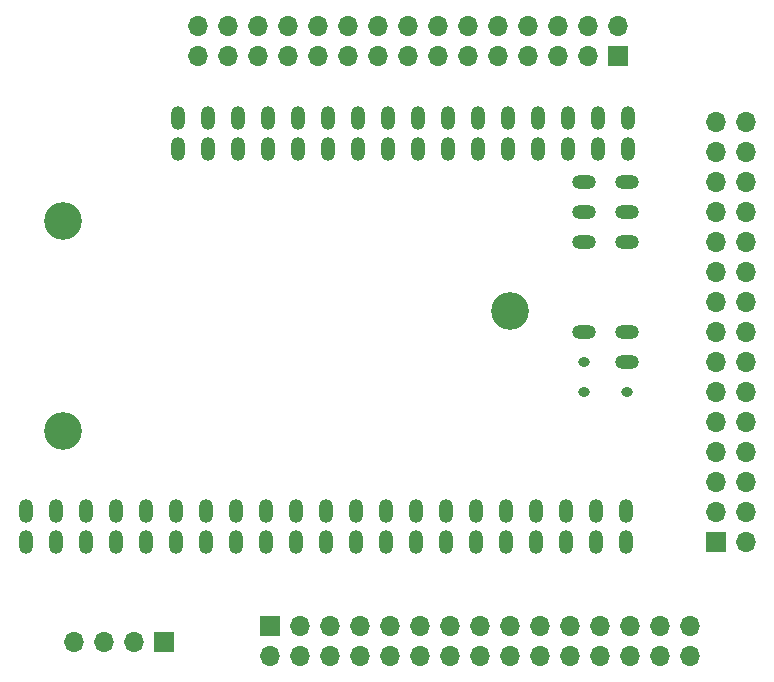
<source format=gbr>
%TF.GenerationSoftware,KiCad,Pcbnew,(5.1.9)-1*%
%TF.CreationDate,2021-09-28T22:23:38+01:00*%
%TF.ProjectId,Mega2560-pro-mini-radio,4d656761-3235-4363-902d-70726f2d6d69,rev?*%
%TF.SameCoordinates,Original*%
%TF.FileFunction,Soldermask,Top*%
%TF.FilePolarity,Negative*%
%FSLAX46Y46*%
G04 Gerber Fmt 4.6, Leading zero omitted, Abs format (unit mm)*
G04 Created by KiCad (PCBNEW (5.1.9)-1) date 2021-09-28 22:23:38*
%MOMM*%
%LPD*%
G01*
G04 APERTURE LIST*
%ADD10O,1.700000X1.700000*%
%ADD11R,1.700000X1.700000*%
%ADD12C,3.200000*%
%ADD13O,1.200000X2.000000*%
%ADD14O,2.000000X1.200000*%
%ADD15O,1.000000X0.800000*%
G04 APERTURE END LIST*
D10*
%TO.C,J1*%
X170815000Y-88138000D03*
X168275000Y-88138000D03*
X170815000Y-90678000D03*
X168275000Y-90678000D03*
X170815000Y-93218000D03*
X168275000Y-93218000D03*
X170815000Y-95758000D03*
X168275000Y-95758000D03*
X170815000Y-98298000D03*
X168275000Y-98298000D03*
X170815000Y-100838000D03*
X168275000Y-100838000D03*
X170815000Y-103378000D03*
X168275000Y-103378000D03*
X170815000Y-105918000D03*
X168275000Y-105918000D03*
X170815000Y-108458000D03*
X168275000Y-108458000D03*
X170815000Y-110998000D03*
X168275000Y-110998000D03*
X170815000Y-113538000D03*
X168275000Y-113538000D03*
X170815000Y-116078000D03*
X168275000Y-116078000D03*
X170815000Y-118618000D03*
X168275000Y-118618000D03*
X170815000Y-121158000D03*
X168275000Y-121158000D03*
X170815000Y-123698000D03*
D11*
X168275000Y-123698000D03*
%TD*%
D10*
%TO.C,J4*%
X124460000Y-80010000D03*
X124460000Y-82550000D03*
X127000000Y-80010000D03*
X127000000Y-82550000D03*
X129540000Y-80010000D03*
X129540000Y-82550000D03*
X132080000Y-80010000D03*
X132080000Y-82550000D03*
X134620000Y-80010000D03*
X134620000Y-82550000D03*
X137160000Y-80010000D03*
X137160000Y-82550000D03*
X139700000Y-80010000D03*
X139700000Y-82550000D03*
X142240000Y-80010000D03*
X142240000Y-82550000D03*
X144780000Y-80010000D03*
X144780000Y-82550000D03*
X147320000Y-80010000D03*
X147320000Y-82550000D03*
X149860000Y-80010000D03*
X149860000Y-82550000D03*
X152400000Y-80010000D03*
X152400000Y-82550000D03*
X154940000Y-80010000D03*
X154940000Y-82550000D03*
X157480000Y-80010000D03*
X157480000Y-82550000D03*
X160020000Y-80010000D03*
D11*
X160020000Y-82550000D03*
%TD*%
D10*
%TO.C,J2*%
X166116000Y-133350000D03*
X166116000Y-130810000D03*
X163576000Y-133350000D03*
X163576000Y-130810000D03*
X161036000Y-133350000D03*
X161036000Y-130810000D03*
X158496000Y-133350000D03*
X158496000Y-130810000D03*
X155956000Y-133350000D03*
X155956000Y-130810000D03*
X153416000Y-133350000D03*
X153416000Y-130810000D03*
X150876000Y-133350000D03*
X150876000Y-130810000D03*
X148336000Y-133350000D03*
X148336000Y-130810000D03*
X145796000Y-133350000D03*
X145796000Y-130810000D03*
X143256000Y-133350000D03*
X143256000Y-130810000D03*
X140716000Y-133350000D03*
X140716000Y-130810000D03*
X138176000Y-133350000D03*
X138176000Y-130810000D03*
X135636000Y-133350000D03*
X135636000Y-130810000D03*
X133096000Y-133350000D03*
X133096000Y-130810000D03*
X130556000Y-133350000D03*
D11*
X130556000Y-130810000D03*
%TD*%
D12*
%TO.C,H2*%
X150876000Y-104140000D03*
%TD*%
%TO.C,H1*%
X113030000Y-114300000D03*
%TD*%
%TO.C,H0*%
X113030000Y-96520000D03*
%TD*%
D13*
%TO.C,MCU1*%
X158089000Y-123738000D03*
X109829000Y-123738000D03*
X112369000Y-123738000D03*
X114909000Y-123738000D03*
X117449000Y-123738000D03*
X119989000Y-123738000D03*
X122529000Y-123738000D03*
X125069000Y-123738000D03*
X127609000Y-123738000D03*
X130149000Y-123738000D03*
X132689000Y-123738000D03*
X135229000Y-123738000D03*
X137769000Y-123738000D03*
X140309000Y-123738000D03*
X142849000Y-123738000D03*
X145389000Y-123738000D03*
X153009000Y-123738000D03*
X150469000Y-123738000D03*
X147929000Y-123738000D03*
X160629000Y-123738000D03*
X155549000Y-123738000D03*
X109859000Y-121088000D03*
X112399000Y-121088000D03*
X114939000Y-121088000D03*
X117479000Y-121088000D03*
X120019000Y-121088000D03*
X122559000Y-121088000D03*
X125099000Y-121088000D03*
X127639000Y-121088000D03*
X130179000Y-121088000D03*
X132719000Y-121088000D03*
X135259000Y-121088000D03*
X137799000Y-121088000D03*
X140339000Y-121088000D03*
X142879000Y-121088000D03*
X145419000Y-121088000D03*
X147959000Y-121088000D03*
X150499000Y-121088000D03*
X153039000Y-121088000D03*
X155579000Y-121088000D03*
X158119000Y-121088000D03*
X160659000Y-121088000D03*
D14*
X160715667Y-95815845D03*
D15*
X157145667Y-111055845D03*
X157145667Y-108515845D03*
D14*
X157145667Y-105975845D03*
D15*
X160715667Y-111055845D03*
D14*
X160715667Y-108515845D03*
X160715667Y-105975845D03*
X160715667Y-93275845D03*
X160715667Y-98355845D03*
X157145667Y-98355845D03*
X157145667Y-95815845D03*
X157145667Y-93275845D03*
D13*
X158309000Y-90458000D03*
X122749000Y-90458000D03*
X125289000Y-90458000D03*
X127829000Y-90458000D03*
X130369000Y-90458000D03*
X132909000Y-90458000D03*
X135449000Y-90458000D03*
X137989000Y-90458000D03*
X140529000Y-90458000D03*
X143069000Y-90458000D03*
X145609000Y-90458000D03*
X153229000Y-90458000D03*
X150689000Y-90458000D03*
X148149000Y-90458000D03*
X160849000Y-90458000D03*
X155769000Y-90458000D03*
X122779000Y-87808000D03*
X125319000Y-87808000D03*
X127859000Y-87808000D03*
X130399000Y-87808000D03*
X132939000Y-87808000D03*
X135479000Y-87808000D03*
X138019000Y-87808000D03*
X140559000Y-87808000D03*
X143099000Y-87808000D03*
X145639000Y-87808000D03*
X148179000Y-87808000D03*
X150719000Y-87808000D03*
X153259000Y-87808000D03*
X155799000Y-87808000D03*
X158339000Y-87808000D03*
X160879000Y-87808000D03*
%TD*%
D10*
%TO.C,J3*%
X113919000Y-132207000D03*
X116459000Y-132207000D03*
X118999000Y-132207000D03*
D11*
X121539000Y-132207000D03*
%TD*%
M02*

</source>
